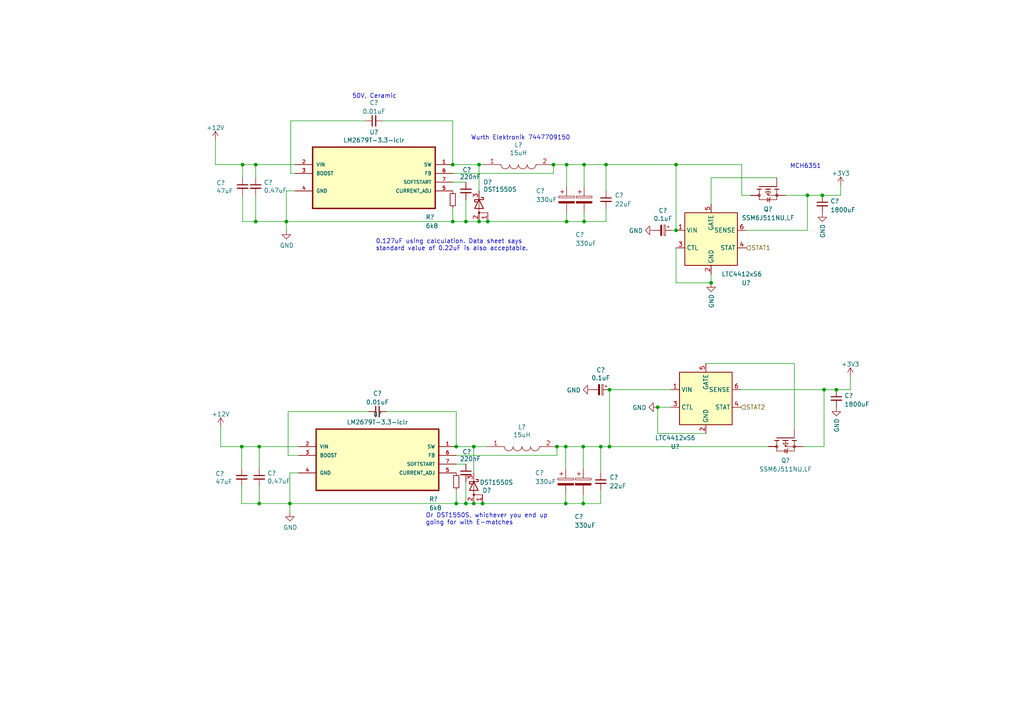
<source format=kicad_sch>
(kicad_sch (version 20211123) (generator eeschema)
  (paper "A4")
  (lib_symbols
    (symbol "Device:CP_Small" (pin_numbers hide) (pin_names (offset 0.254) hide)
      (property "Reference" "C" (at 0.254 1.778 0))
      (property "Value" "Device_CP_Small" (at 0.254 -2.032 0))
      (symbol "CP_Small_0_1"
        (rectangle (start -1.524 -0.3048) (end 1.524 -0.6858) (fill (type outline)))
        (rectangle (start -1.524 0.6858) (end 1.524 0.3048))
        (polyline (pts (xy -1.27 1.524) (xy -0.762 1.524)))
        (polyline (pts (xy -1.016 1.27) (xy -1.016 1.778)))
      )
      (symbol "CP_Small_1_1"
        (pin passive line (at 0 2.54 270) (length 1.8542) (name "~") (number "1"))
        (pin passive line (at 0 -2.54 90) (length 1.8542) (name "~") (number "2"))
      )
    )
    (symbol "Device:C_Polarized" (pin_numbers hide) (pin_names (offset 0.254))
      (property "Reference" "C" (at 0.635 2.54 0))
      (property "Value" "C_Polarized" (at 0.635 -2.54 0))
      (symbol "C_Polarized_0_1"
        (rectangle (start -2.286 0.508) (end 2.286 1.016))
        (polyline (pts (xy -1.778 2.286) (xy -0.762 2.286)))
        (polyline (pts (xy -1.27 2.794) (xy -1.27 1.778)))
        (rectangle (start 2.286 -0.508) (end -2.286 -1.016) (fill (type outline)))
      )
      (symbol "C_Polarized_1_1"
        (pin passive line (at 0 3.81 270) (length 2.794) (name "~") (number "1"))
        (pin passive line (at 0 -3.81 90) (length 2.794) (name "~") (number "2"))
      )
    )
    (symbol "Device:C_Small" (pin_numbers hide) (pin_names (offset 0.254) hide)
      (property "Reference" "C" (at 0.254 1.778 0))
      (property "Value" "C_Small" (at 0.254 -2.032 0))
      (symbol "C_Small_0_1"
        (polyline (pts (xy -1.524 -0.508) (xy 1.524 -0.508)) (stroke (width 0.3302)))
        (polyline (pts (xy -1.524 0.508) (xy 1.524 0.508)) (stroke (width 0.3048)))
      )
      (symbol "C_Small_1_1"
        (pin passive line (at 0 2.54 270) (length 2.032) (name "~") (number "1"))
        (pin passive line (at 0 -2.54 90) (length 2.032) (name "~") (number "2"))
      )
    )
    (symbol "Device:D_Schottky_AAK" (pin_names (offset 0) hide)
      (property "Reference" "D" (at 0 2.54 0))
      (property "Value" "D_Schottky_AAK" (at 0 -2.54 0))
      (symbol "D_Schottky_AAK_0_1"
        (polyline (pts (xy 1.27 1.27) (xy 1.27 -1.27) (xy -1.27 0) (xy 1.27 1.27)) (stroke (width 0.254)))
        (polyline (pts (xy 3.81 2.54) (xy 2.54 2.54) (xy 2.54 0) (xy -1.27 0)))
        (polyline (pts (xy -1.905 0.635) (xy -1.905 1.27) (xy -1.27 1.27) (xy -1.27 -1.27) (xy -0.635 -1.27) (xy -0.635 -0.635)) (stroke (width 0.254)))
        (circle (center 2.54 0) (radius 0.254) (fill (type outline)))
      )
      (symbol "D_Schottky_AAK_1_1"
        (pin passive line (at 5.08 2.54 180) (length 2.54) (name "A") (number "1"))
        (pin passive line (at 5.08 0 180) (length 2.54) (name "A") (number "2"))
        (pin passive line (at -3.81 0 0) (length 2.54) (name "K") (number "3"))
      )
    )
    (symbol "Device:R_Small" (pin_numbers hide) (pin_names (offset 0.254) hide)
      (property "Reference" "R" (at 0.762 0.508 0))
      (property "Value" "R_Small" (at 0.762 -1.016 0))
      (symbol "R_Small_0_1"
        (rectangle (start -0.762 1.778) (end 0.762 -1.778) (stroke (width 0.2032)))
      )
      (symbol "R_Small_1_1"
        (pin passive line (at 0 2.54 270) (length 0.762) (name "~") (number "1"))
        (pin passive line (at 0 -2.54 90) (length 0.762) (name "~") (number "2"))
      )
    )
    (symbol "Power_Management:LTC4412xS6"
      (property "Reference" "U" (at -6.35 8.89 0))
      (property "Value" "LTC4412xS6" (at 6.35 8.89 0))
      (symbol "LTC4412xS6_0_1"
        (rectangle (start -7.62 7.62) (end 7.62 -7.62) (stroke (width 0.254)) (fill (type background)))
      )
      (symbol "LTC4412xS6_1_1"
        (pin power_in line (at -10.16 2.54 0) (length 2.54) (name "VIN") (number "1"))
        (pin power_in line (at 0 -10.16 90) (length 2.54) (name "GND") (number "2"))
        (pin input line (at -10.16 -2.54 0) (length 2.54) (name "CTL") (number "3"))
        (pin open_collector line (at 10.16 -2.54 180) (length 2.54) (name "STAT") (number "4"))
        (pin output line (at 0 10.16 270) (length 2.54) (name "GATE") (number "5"))
        (pin input line (at 10.16 2.54 180) (length 2.54) (name "SENSE") (number "6"))
      )
    )
    (symbol "iclr:LM2679T-3.3-iclr" (pin_names (offset 1.016))
      (property "Reference" "U" (at -4.5974 6.2992 0))
      (property "Value" "LM2679T-3.3-iclr" (at -5.3594 -15.6464 0))
      (symbol "LM2679T-3.3-iclr_0_0"
        (rectangle (start -17.78 -12.7) (end 17.78 5.08) (stroke (width 0.4064)) (fill (type background)))
        (pin output line (at 22.86 0 180) (length 5.08) (name "SW") (number "1"))
        (pin input line (at -22.86 0 0) (length 5.08) (name "VIN") (number "2"))
        (pin passive line (at -22.86 -2.54 0) (length 5.08) (name "BOOST") (number "3"))
        (pin passive line (at -22.86 -7.62 0) (length 5.08) (name "GND") (number "4"))
        (pin passive line (at 22.86 -7.62 180) (length 5.08) (name "CURRENT_ADJ") (number "5"))
        (pin passive line (at 22.86 -2.54 180) (length 5.08) (name "FB") (number "6"))
        (pin passive line (at 22.86 -5.08 180) (length 5.08) (name "SOFTSTART") (number "7"))
      )
    )
    (symbol "iclr:P0846SNL-iclr" (pin_names (offset 0.762))
      (property "Reference" "L" (at 16.51 6.35 0))
      (property "Value" "P0846SNL-iclr" (at 16.51 3.81 0))
      (symbol "P0846SNL-iclr_0_0"
        (pin passive line (at 0 0 0) (length 5.08) (name "~") (number "1"))
        (pin passive line (at 20.32 0 180) (length 5.08) (name "~") (number "2"))
      )
      (symbol "P0846SNL-iclr_0_1"
        (arc (start 5.08 0) (mid 6.35 -1.3218) (end 7.62 0) (stroke (width 0.1524)))
        (arc (start 7.62 0) (mid 8.89 -1.3218) (end 10.16 0) (stroke (width 0.1524)))
        (arc (start 10.16 0) (mid 11.43 -1.3218) (end 12.7 0) (stroke (width 0.1524)))
        (arc (start 12.7 0) (mid 13.97 -1.3218) (end 15.24 0) (stroke (width 0.1524)))
      )
    )
    (symbol "iclr:SSM6J511NU,LF" (pin_numbers hide) (pin_names (offset 1.016) hide)
      (property "Reference" "Q" (at -8.89 3.81 0))
      (property "Value" "SSM6J511NU,LF" (at -8.89 -6.35 0))
      (symbol "SSM6J511NU,LF_0_0"
        (polyline (pts (xy 0 -2.54) (xy 0 2.54)) (stroke (width 0.254)))
        (polyline (pts (xy 0.762 -3.175) (xy 0.762 -2.54)) (stroke (width 0.254)))
        (polyline (pts (xy 0.762 -2.54) (xy 0.762 -1.905)) (stroke (width 0.254)))
        (polyline (pts (xy 0.762 -2.54) (xy 3.81 -2.54)) (stroke (width 0.1524)))
        (polyline (pts (xy 0.762 -0.762) (xy 0.762 0)) (stroke (width 0.254)))
        (polyline (pts (xy 0.762 0) (xy 0.762 0.762)) (stroke (width 0.254)))
        (polyline (pts (xy 0.762 0) (xy 2.54 0)) (stroke (width 0.1524)))
        (polyline (pts (xy 0.762 1.905) (xy 0.762 2.54)) (stroke (width 0.254)))
        (polyline (pts (xy 0.762 2.54) (xy 0.762 3.175)) (stroke (width 0.254)))
        (polyline (pts (xy 2.54 0) (xy 2.54 2.54)) (stroke (width 0.1524)))
        (polyline (pts (xy 2.54 2.54) (xy 0.762 2.54)) (stroke (width 0.1524)))
        (polyline (pts (xy 2.54 2.54) (xy 3.81 2.54)) (stroke (width 0.1524)))
        (polyline (pts (xy 3.048 0.762) (xy 3.302 0.508)) (stroke (width 0.1524)))
        (polyline (pts (xy 3.302 0.508) (xy 3.81 0.508)) (stroke (width 0.1524)))
        (polyline (pts (xy 3.81 -2.54) (xy 3.81 0.508)) (stroke (width 0.1524)))
        (polyline (pts (xy 3.81 0.508) (xy 3.81 2.54)) (stroke (width 0.1524)))
        (polyline (pts (xy 3.81 0.508) (xy 4.318 0.508)) (stroke (width 0.1524)))
        (polyline (pts (xy 4.318 0.508) (xy 4.572 0.254)) (stroke (width 0.1524)))
        (polyline (pts (xy 2.54 0) (xy 1.524 0.762) (xy 1.524 -0.762) (xy 2.54 0)) (stroke (width 0.1524)) (fill (type background)))
        (polyline (pts (xy 3.81 0.508) (xy 4.318 -0.254) (xy 3.302 -0.254) (xy 3.81 0.508)) (stroke (width 0.1524)) (fill (type background)))
        (circle (center 2.54 -2.54) (radius 0.3556))
        (circle (center 2.54 2.54) (radius 0.3556))
        (pin passive line (at 2.54 -5.08 90) (length 2.54) (name "~") (number "1"))
        (pin passive line (at 2.54 -5.08 90) (length 2.54) (name "~") (number "2"))
        (pin passive line (at -2.54 2.54 0) (length 2.54) (name "~") (number "3"))
        (pin passive line (at 2.54 5.08 270) (length 2.54) (name "~") (number "4"))
        (pin passive line (at 2.54 -5.08 90) (length 2.54) (name "~") (number "5"))
        (pin passive line (at 2.54 -5.08 90) (length 2.54) (name "~") (number "6"))
        (pin passive line (at 2.54 -5.08 90) (length 2.54) (name "~") (number "7"))
        (pin passive line (at 2.54 5.08 270) (length 2.54) (name "~") (number "8"))
      )
    )
    (symbol "power:+12V" (power) (pin_names (offset 0))
      (property "Value" "+12V" (at 0 3.556 0))
      (symbol "+12V_0_1"
        (polyline (pts (xy -0.762 1.27) (xy 0 2.54)))
        (polyline (pts (xy 0 0) (xy 0 2.54)))
        (polyline (pts (xy 0 2.54) (xy 0.762 1.27)))
      )
      (symbol "+12V_1_1"
        (pin power_in line (at 0 0 90) (length 0) hide (name "+12V") (number "1"))
      )
    )
    (symbol "power:+3V3" (power) (pin_names (offset 0))
      (property "Value" "+3V3" (at 0 3.556 0))
      (symbol "+3V3_0_1"
        (polyline (pts (xy -0.762 1.27) (xy 0 2.54)))
        (polyline (pts (xy 0 0) (xy 0 2.54)))
        (polyline (pts (xy 0 2.54) (xy 0.762 1.27)))
      )
      (symbol "+3V3_1_1"
        (pin power_in line (at 0 0 90) (length 0) hide (name "+3V3") (number "1"))
      )
    )
    (symbol "power:GND" (power) (pin_names (offset 0))
      (property "Value" "GND" (at 0 -3.81 0))
      (symbol "GND_0_1"
        (polyline (pts (xy 0 0) (xy 0 -1.27) (xy 1.27 -1.27) (xy 0 -2.54) (xy -1.27 -1.27) (xy 0 -1.27)))
      )
      (symbol "GND_1_1"
        (pin power_in line (at 0 0 270) (length 0) hide (name "GND") (number "1"))
      )
    )
  )
  (junction (at 135.128 64.262))
  (junction (at 169.164 146.05))
  (junction (at 164.338 64.262))
  (junction (at 132.334 146.05))
  (junction (at 70.104 129.54))
  (junction (at 174.244 129.54))
  (junction (at 169.418 47.752))
  (junction (at 138.938 47.752))
  (junction (at 75.184 146.05))
  (junction (at 238.506 56.642))
  (junction (at 132.334 129.54))
  (junction (at 164.084 129.54))
  (junction (at 196.088 66.802))
  (junction (at 83.058 64.262))
  (junction (at 176.784 113.03))
  (junction (at 74.168 47.752))
  (junction (at 135.128 146.05))
  (junction (at 131.318 64.262))
  (junction (at 141.478 64.262))
  (junction (at 206.248 82.042))
  (junction (at 138.938 64.262))
  (junction (at 164.084 146.05))
  (junction (at 137.414 146.05))
  (junction (at 139.954 146.05))
  (junction (at 239.014 113.03))
  (junction (at 137.414 129.54))
  (junction (at 131.318 47.752))
  (junction (at 169.418 64.262))
  (junction (at 242.57 113.03))
  (junction (at 176.784 129.54))
  (junction (at 175.768 47.752))
  (junction (at 160.528 47.752))
  (junction (at 196.088 47.752))
  (junction (at 74.168 64.262))
  (junction (at 164.338 47.752))
  (junction (at 234.188 56.642))
  (junction (at 161.544 129.54))
  (junction (at 84.074 146.05))
  (junction (at 75.184 129.54))
  (junction (at 70.358 47.752))
  (junction (at 169.164 129.54))
  (junction (at 190.754 118.11))
  (wire (pts (xy 138.938 64.262) (xy 141.478 64.262)))
  (wire (pts (xy 214.884 113.03) (xy 239.014 113.03)))
  (wire (pts (xy 196.088 82.042) (xy 206.248 82.042)))
  (wire (pts (xy 84.074 146.05) (xy 132.334 146.05)))
  (wire (pts (xy 160.528 47.752) (xy 164.338 47.752)))
  (wire (pts (xy 242.57 113.03) (xy 239.014 113.03)))
  (wire (pts (xy 70.358 47.752) (xy 74.168 47.752)))
  (wire (pts (xy 138.938 47.752) (xy 138.938 55.372)))
  (wire (pts (xy 164.338 47.752) (xy 169.418 47.752)))
  (wire (pts (xy 84.328 35.052) (xy 105.918 35.052)))
  (wire (pts (xy 86.614 137.16) (xy 84.074 137.16)))
  (wire (pts (xy 70.358 47.752) (xy 70.358 51.562)))
  (wire (pts (xy 83.058 64.262) (xy 131.318 64.262)))
  (wire (pts (xy 169.164 146.05) (xy 174.244 146.05)))
  (wire (pts (xy 135.128 139.7) (xy 135.128 146.05)))
  (wire (pts (xy 132.334 146.05) (xy 135.128 146.05)))
  (wire (pts (xy 164.084 129.54) (xy 164.084 135.89)))
  (wire (pts (xy 169.418 64.262) (xy 175.768 64.262)))
  (wire (pts (xy 62.484 40.64) (xy 62.484 47.752)))
  (wire (pts (xy 70.104 129.54) (xy 75.184 129.54)))
  (wire (pts (xy 131.318 60.452) (xy 131.318 64.262)))
  (wire (pts (xy 232.918 129.54) (xy 239.014 129.54)))
  (wire (pts (xy 164.338 54.102) (xy 164.338 47.752)))
  (wire (pts (xy 84.328 35.052) (xy 84.328 50.292)))
  (wire (pts (xy 194.564 118.11) (xy 190.754 118.11)))
  (wire (pts (xy 238.506 56.642) (xy 234.188 56.642)))
  (wire (pts (xy 164.084 143.51) (xy 164.084 146.05)))
  (wire (pts (xy 176.784 113.03) (xy 194.564 113.03)))
  (wire (pts (xy 164.084 146.05) (xy 169.164 146.05)))
  (wire (pts (xy 110.998 35.052) (xy 131.318 35.052)))
  (wire (pts (xy 175.768 47.752) (xy 196.088 47.752)))
  (wire (pts (xy 135.128 57.912) (xy 135.128 64.262)))
  (wire (pts (xy 62.484 47.752) (xy 70.358 47.752)))
  (wire (pts (xy 194.818 66.802) (xy 196.088 66.802)))
  (wire (pts (xy 174.244 129.54) (xy 174.244 137.16)))
  (wire (pts (xy 64.008 123.698) (xy 64.008 129.54)))
  (wire (pts (xy 131.318 50.292) (xy 160.528 50.292)))
  (wire (pts (xy 137.414 129.54) (xy 141.224 129.54)))
  (wire (pts (xy 131.318 47.752) (xy 138.938 47.752)))
  (wire (pts (xy 164.338 64.262) (xy 169.418 64.262)))
  (wire (pts (xy 216.408 66.802) (xy 234.188 66.802)))
  (wire (pts (xy 215.138 47.752) (xy 215.138 56.642)))
  (wire (pts (xy 74.168 56.642) (xy 74.168 64.262)))
  (wire (pts (xy 70.358 56.642) (xy 70.358 64.262)))
  (wire (pts (xy 137.414 129.54) (xy 137.414 137.16)))
  (wire (pts (xy 83.566 119.38) (xy 83.566 132.08)))
  (wire (pts (xy 137.414 146.05) (xy 139.954 146.05)))
  (wire (pts (xy 74.168 64.262) (xy 83.058 64.262)))
  (wire (pts (xy 176.784 129.54) (xy 222.758 129.54)))
  (wire (pts (xy 74.168 51.562) (xy 74.168 47.752)))
  (wire (pts (xy 169.164 143.51) (xy 169.164 146.05)))
  (wire (pts (xy 131.318 35.052) (xy 131.318 47.752)))
  (wire (pts (xy 169.418 47.752) (xy 175.768 47.752)))
  (wire (pts (xy 83.058 55.372) (xy 83.058 64.262)))
  (wire (pts (xy 132.334 142.24) (xy 132.334 146.05)))
  (wire (pts (xy 175.768 60.452) (xy 175.768 64.262)))
  (wire (pts (xy 84.328 50.292) (xy 85.598 50.292)))
  (wire (pts (xy 137.414 129.54) (xy 132.334 129.54)))
  (wire (pts (xy 190.754 125.73) (xy 190.754 118.11)))
  (wire (pts (xy 164.084 129.54) (xy 169.164 129.54)))
  (wire (pts (xy 196.088 47.752) (xy 215.138 47.752)))
  (wire (pts (xy 70.104 129.54) (xy 70.104 135.89)))
  (wire (pts (xy 230.378 105.41) (xy 204.724 105.41)))
  (wire (pts (xy 243.84 53.848) (xy 243.84 56.642)))
  (wire (pts (xy 161.544 132.08) (xy 161.544 129.54)))
  (wire (pts (xy 75.184 146.05) (xy 84.074 146.05)))
  (wire (pts (xy 70.104 140.97) (xy 70.104 146.05)))
  (wire (pts (xy 174.244 129.54) (xy 176.784 129.54)))
  (wire (pts (xy 135.128 64.262) (xy 138.938 64.262)))
  (wire (pts (xy 176.784 113.03) (xy 176.784 129.54)))
  (wire (pts (xy 84.074 146.05) (xy 84.074 148.59)))
  (wire (pts (xy 196.088 47.752) (xy 196.088 66.802)))
  (wire (pts (xy 70.358 64.262) (xy 74.168 64.262)))
  (wire (pts (xy 246.634 113.03) (xy 242.57 113.03)))
  (wire (pts (xy 243.84 56.642) (xy 238.506 56.642)))
  (wire (pts (xy 227.838 56.642) (xy 234.188 56.642)))
  (wire (pts (xy 75.184 129.54) (xy 86.614 129.54)))
  (wire (pts (xy 75.184 140.97) (xy 75.184 146.05)))
  (wire (pts (xy 196.088 71.882) (xy 196.088 82.042)))
  (wire (pts (xy 206.248 79.502) (xy 206.248 82.042)))
  (wire (pts (xy 135.128 146.05) (xy 137.414 146.05)))
  (wire (pts (xy 206.248 51.562) (xy 225.298 51.562)))
  (wire (pts (xy 234.188 66.802) (xy 234.188 56.642)))
  (wire (pts (xy 70.104 146.05) (xy 75.184 146.05)))
  (wire (pts (xy 132.334 132.08) (xy 161.544 132.08)))
  (wire (pts (xy 206.248 59.182) (xy 206.248 51.562)))
  (wire (pts (xy 174.244 142.24) (xy 174.244 146.05)))
  (wire (pts (xy 85.598 55.372) (xy 83.058 55.372)))
  (wire (pts (xy 161.544 129.54) (xy 164.084 129.54)))
  (wire (pts (xy 175.768 47.752) (xy 175.768 55.372)))
  (wire (pts (xy 246.634 109.22) (xy 246.634 113.03)))
  (wire (pts (xy 169.418 47.752) (xy 169.418 54.102)))
  (wire (pts (xy 83.566 119.38) (xy 106.934 119.38)))
  (wire (pts (xy 74.168 47.752) (xy 85.598 47.752)))
  (wire (pts (xy 139.954 146.05) (xy 164.084 146.05)))
  (wire (pts (xy 84.074 137.16) (xy 84.074 146.05)))
  (wire (pts (xy 141.478 64.262) (xy 164.338 64.262)))
  (wire (pts (xy 112.014 119.38) (xy 132.334 119.38)))
  (wire (pts (xy 204.724 125.73) (xy 190.754 125.73)))
  (wire (pts (xy 239.014 113.03) (xy 239.014 129.54)))
  (wire (pts (xy 169.164 129.54) (xy 174.244 129.54)))
  (wire (pts (xy 83.566 132.08) (xy 86.614 132.08)))
  (wire (pts (xy 83.058 64.262) (xy 83.058 66.802)))
  (wire (pts (xy 75.184 135.89) (xy 75.184 129.54)))
  (wire (pts (xy 169.164 129.54) (xy 169.164 135.89)))
  (wire (pts (xy 138.938 47.752) (xy 140.208 47.752)))
  (wire (pts (xy 230.378 124.46) (xy 230.378 105.41)))
  (wire (pts (xy 131.318 52.832) (xy 135.128 52.832)))
  (wire (pts (xy 169.418 61.722) (xy 169.418 64.262)))
  (wire (pts (xy 132.334 119.38) (xy 132.334 129.54)))
  (wire (pts (xy 64.008 129.54) (xy 70.104 129.54)))
  (wire (pts (xy 131.318 64.262) (xy 135.128 64.262)))
  (wire (pts (xy 132.334 134.62) (xy 135.128 134.62)))
  (wire (pts (xy 160.528 50.292) (xy 160.528 47.752)))
  (wire (pts (xy 164.338 61.722) (xy 164.338 64.262)))
  (wire (pts (xy 215.138 56.642) (xy 217.678 56.642)))
  (text "0.127uF using calculation. Data sheet says \nstandard value of 0.22uF is also acceptable." (at 108.966 72.898 0) (effects (font (size 1.27 1.27)) (justify left bottom)))
  (text "50V, Ceramic" (at 102.108 28.702 0) (effects (font (size 1.27 1.27)) (justify left bottom)))
  (text "Wurth Elektronik 7447709150" (at 136.5542 40.7766 0) (effects (font (size 1.27 1.27)) (justify left bottom)))
  (text "MCH6351" (at 229.108 49.022 0) (effects (font (size 1.27 1.27)) (justify left bottom)))
  (text "Or DST1550S, whichever you end up \ngoing for with E-matches" (at 123.444 152.4 0) (effects (font (size 1.27 1.27)) (justify left bottom)))
  (hierarchical_label "STAT1" (shape input) (at 216.408 71.882 0))
  (hierarchical_label "STAT2" (shape input) (at 214.884 118.11 0))
  (symbol (lib_id "iclr:P0846SNL-iclr") (at 141.224 129.54 0) (unit 1)
    (property "Reference" "L?" (at 151.384 123.825 0))
    (property "Value" "15uH" (at 151.384 126.1364 0))
    (property "Footprint" "P0846SNL" (effects hide))
    (property "Datasheet" "https://datasheet.datasheetarchive.com/originals/dk/DKDS-10/182482.pdf" (effects hide))
    (property "Description" "Fixed Inductors 260KHZ SWITCHER IND" (effects hide))
    (property "Height" "10.16" (effects hide))
    (property "Manufacturer_Name" "Pulse" (effects hide))
    (property "Manufacturer_Part_Number" "P0846SNL" (effects hide))
    (property "Mouser Part Number" "673-P0846SNL" (effects hide))
    (property "Mouser Price/Stock" "https://www.mouser.co.uk/ProductDetail/Pulse-Electronics/P0846SNL?qs=GY25Nw16qaXiqUAx%252BvLTgw%3D%3D" (effects hide))
    (property "Arrow Part Number" "P0846SNL" (effects hide))
    (property "Arrow Price/Stock" "https://www.arrow.com/en/products/p0846snl/pulse-electronics-corporation" (effects hide))
  )
  (symbol (lib_id "Device:C_Polarized") (at 169.164 139.7 0) (unit 1)
    (property "Reference" "C?" (at 166.624 149.86 0) (effects (justify left)))
    (property "Value" "330uF" (at 166.624 152.4 0) (effects (justify left)))
    (property "Footprint" "Capacitor_Tantalum_SMD:CP_EIA-7343-30_AVX-N" (effects hide))
  )
  (symbol (lib_id "power:+12V") (at 64.008 123.698 0) (unit 1)
    (property "Reference" "#PWR0133" (effects hide))
    (property "Value" "+12V" (at 64.008 120.1222 0))
  )
  (symbol (lib_id "power:GND") (at 238.506 61.722 0) (unit 1)
    (property "Reference" "#PWR?" (effects hide))
    (property "Value" "GND" (at 238.633 64.9732 90) (effects (justify right)))
  )
  (symbol (lib_id "Device:C_Small") (at 108.458 35.052 90) (unit 1)
    (property "Reference" "C?" (at 108.4643 29.7901 90))
    (property "Value" "0.01uF" (at 108.4643 32.327 90))
    (property "Footprint" "Capacitor_SMD:C_0603_1608Metric" (effects hide))
  )
  (symbol (lib_id "Device:C_Small") (at 135.128 55.372 0) (unit 1)
    (property "Reference" "C?" (at 134.112 49.276 0) (effects (justify left)))
    (property "Value" "220nF" (at 133.35 51.308 0) (effects (justify left)))
  )
  (symbol (lib_id "Device:C_Small") (at 174.244 139.7 0) (unit 1)
    (property "Reference" "C?" (at 176.784 138.4362 0) (effects (justify left)))
    (property "Value" "22uF" (at 176.784 140.9762 0) (effects (justify left)))
    (property "Footprint" "Capacitor_SMD:C_0603_1608Metric" (effects hide))
  )
  (symbol (lib_id "Device:C_Polarized") (at 164.084 139.7 0) (unit 1)
    (property "Reference" "C?" (at 155.194 137.16 0) (effects (justify left)))
    (property "Value" "330uF" (at 155.194 139.7 0) (effects (justify left)))
    (property "Footprint" "Capacitor_Tantalum_SMD:CP_EIA-7343-30_AVX-N" (effects hide))
  )
  (symbol (lib_id "Device:C_Small") (at 74.168 54.102 0) (unit 1)
    (property "Reference" "C?" (at 76.5048 52.9336 0) (effects (justify left)))
    (property "Value" "0.47uF" (at 76.5048 55.245 0) (effects (justify left)))
    (property "Footprint" "Capacitor_SMD:C_0805_2012Metric" (effects hide))
  )
  (symbol (lib_id "Device:C_Small") (at 175.768 57.912 0) (unit 1)
    (property "Reference" "C?" (at 178.308 56.6482 0) (effects (justify left)))
    (property "Value" "22uF" (at 178.308 59.1882 0) (effects (justify left)))
    (property "Footprint" "Capacitor_SMD:C_0603_1608Metric" (effects hide))
  )
  (symbol (lib_id "iclr:P0846SNL-iclr") (at 140.208 47.752 0) (unit 1)
    (property "Reference" "L?" (at 150.368 42.037 0))
    (property "Value" "15uH" (at 150.368 44.3484 0))
    (property "Footprint" "P0846SNL" (effects hide))
    (property "Datasheet" "https://datasheet.datasheetarchive.com/originals/dk/DKDS-10/182482.pdf" (effects hide))
    (property "Description" "Fixed Inductors 260KHZ SWITCHER IND" (effects hide))
    (property "Height" "10.16" (effects hide))
    (property "Manufacturer_Name" "Pulse" (effects hide))
    (property "Manufacturer_Part_Number" "P0846SNL" (effects hide))
    (property "Mouser Part Number" "673-P0846SNL" (effects hide))
    (property "Mouser Price/Stock" "https://www.mouser.co.uk/ProductDetail/Pulse-Electronics/P0846SNL?qs=GY25Nw16qaXiqUAx%252BvLTgw%3D%3D" (effects hide))
    (property "Arrow Part Number" "P0846SNL" (effects hide))
    (property "Arrow Price/Stock" "https://www.arrow.com/en/products/p0846snl/pulse-electronics-corporation" (effects hide))
  )
  (symbol (lib_id "Device:R_Small") (at 132.334 139.7 0) (unit 1)
    (property "Reference" "R?" (at 124.46 144.78 0) (effects (justify left)))
    (property "Value" "6k8" (at 124.46 147.3169 0) (effects (justify left)))
  )
  (symbol (lib_id "Device:C_Small") (at 242.57 115.57 0) (unit 1)
    (property "Reference" "C?" (at 244.8941 114.7416 0) (effects (justify left)))
    (property "Value" "1800uF" (at 244.8941 117.2785 0) (effects (justify left)))
  )
  (symbol (lib_id "Device:C_Polarized") (at 169.418 57.912 0) (unit 1)
    (property "Reference" "C?" (at 166.878 68.072 0) (effects (justify left)))
    (property "Value" "330uF" (at 166.878 70.612 0) (effects (justify left)))
    (property "Footprint" "Capacitor_Tantalum_SMD:CP_EIA-7343-30_AVX-N" (effects hide))
  )
  (symbol (lib_id "iclr:SSM6J511NU,LF") (at 222.758 54.102 270) (unit 1)
    (property "Reference" "Q?" (at 222.758 60.6536 90))
    (property "Value" "SSM6J511NU,LF" (at 222.758 63.1905 90))
    (property "Footprint" "TRANS_SSM6J511NU,LF" (effects hide))
    (property "MANUFACTURER" "Toshiba" (effects hide))
    (property "MAXIMUM_PACKAGE_HEIGHT" "0.8 mm" (effects hide))
    (property "STANDARD" "Manufacturer recommendations" (effects hide))
    (property "PARTREV" "2.0" (effects hide))
  )
  (symbol (lib_id "power:+3V3") (at 243.84 53.848 0) (unit 1)
    (property "Reference" "#PWR0134" (effects hide))
    (property "Value" "+3V3" (at 243.84 50.2722 0))
  )
  (symbol (lib_id "Device:C_Small") (at 70.358 54.102 0) (unit 1)
    (property "Reference" "C?" (at 62.738 53.0606 0) (effects (justify left)))
    (property "Value" "47uF" (at 62.738 55.372 0) (effects (justify left)))
    (property "Footprint" "Capacitor_SMD:C_2220_5650Metric" (effects hide))
  )
  (symbol (lib_id "power:GND") (at 189.738 66.802 270) (unit 1)
    (property "Reference" "#PWR0126" (effects hide))
    (property "Value" "GND" (at 186.4868 66.929 90) (effects (justify right)))
  )
  (symbol (lib_id "Device:D_Schottky_AAK") (at 138.938 59.182 270) (unit 1)
    (property "Reference" "D?" (at 142.748 52.832 90) (effects (justify right)))
    (property "Value" "DST1550S" (at 149.8864 54.9381 90) (effects (justify right)))
    (property "Footprint" "Package_TO_SOT_SMD:TO-277B" (effects hide))
  )
  (symbol (lib_id "Device:C_Small") (at 135.128 137.16 0) (unit 1)
    (property "Reference" "C?" (at 134.112 131.064 0) (effects (justify left)))
    (property "Value" "220nF" (at 133.35 133.096 0) (effects (justify left)))
  )
  (symbol (lib_id "Device:CP_Small") (at 192.278 66.802 270) (unit 1)
    (property "Reference" "C?" (at 192.278 61.087 90))
    (property "Value" "0.1uF" (at 192.278 63.3984 90))
    (property "Footprint" "Capacitor_SMD:C_0603_1608Metric" (effects hide))
  )
  (symbol (lib_id "Power_Management:LTC4412xS6") (at 204.724 115.57 0) (unit 1)
    (property "Reference" "U?" (at 195.834 129.54 0))
    (property "Value" "LTC4412xS6" (at 195.834 127 0))
    (property "Footprint" "Package_TO_SOT_SMD:TSOT-23-6" (effects hide))
    (property "Datasheet" "https://www.analog.com/media/en/technical-documentation/data-sheets/4412fb.pdf" (effects hide))
  )
  (symbol (lib_id "Device:R_Small") (at 131.318 57.912 0) (unit 1)
    (property "Reference" "R?" (at 123.444 62.992 0) (effects (justify left)))
    (property "Value" "6k8" (at 123.444 65.5289 0) (effects (justify left)))
  )
  (symbol (lib_id "power:GND") (at 83.058 66.802 0) (unit 1)
    (property "Reference" "#PWR0127" (effects hide))
    (property "Value" "GND" (at 83.185 71.1962 0))
  )
  (symbol (lib_id "Device:C_Polarized") (at 164.338 57.912 0) (unit 1)
    (property "Reference" "C?" (at 155.448 55.372 0) (effects (justify left)))
    (property "Value" "330uF" (at 155.448 57.912 0) (effects (justify left)))
    (property "Footprint" "Capacitor_Tantalum_SMD:CP_EIA-7343-30_AVX-N" (effects hide))
  )
  (symbol (lib_id "power:GND") (at 206.248 82.042 0) (unit 1)
    (property "Reference" "#PWR0135" (effects hide))
    (property "Value" "GND" (at 206.375 85.2932 90) (effects (justify right)))
  )
  (symbol (lib_id "iclr:LM2679T-3.3-iclr") (at 108.458 47.752 0) (unit 1)
    (property "Reference" "U?" (at 108.458 38.354 0))
    (property "Value" "LM2679T-3.3-iclr" (at 108.458 40.6654 0))
    (property "Footprint" "TO127P457X1016X2052-7P" (effects hide))
    (property "SUPPLIER" "National Semiconductor" (effects hide))
    (property "PACKAGE" "TO220-7" (effects hide))
    (property "MPN" "LM2679T-3.3" (effects hide))
    (property "OC_NEWARK" "41K4227" (effects hide))
    (property "OC_FARNELL" "-" (effects hide))
  )
  (symbol (lib_id "power:GND") (at 171.704 113.03 270) (unit 1)
    (property "Reference" "#PWR0131" (effects hide))
    (property "Value" "GND" (at 168.4528 113.157 90) (effects (justify right)))
  )
  (symbol (lib_id "power:GND") (at 84.074 148.59 0) (unit 1)
    (property "Reference" "#PWR0132" (effects hide))
    (property "Value" "GND" (at 84.201 152.9842 0))
  )
  (symbol (lib_id "power:GND") (at 190.754 118.11 270) (unit 1)
    (property "Reference" "#PWR0130" (effects hide))
    (property "Value" "GND" (at 187.5028 118.237 90) (effects (justify right)))
  )
  (symbol (lib_id "Device:C_Small") (at 109.474 119.38 90) (unit 1)
    (property "Reference" "C?" (at 109.4803 114.1181 90))
    (property "Value" "0.01uF" (at 109.4803 116.655 90))
    (property "Footprint" "Capacitor_SMD:C_0603_1608Metric" (effects hide))
  )
  (symbol (lib_id "Power_Management:LTC4412xS6") (at 206.248 69.342 0) (unit 1)
    (property "Reference" "U?" (at 216.408 82.042 0))
    (property "Value" "LTC4412xS6" (at 215.138 79.502 0))
    (property "Footprint" "Package_TO_SOT_SMD:TSOT-23-6" (effects hide))
    (property "Datasheet" "https://www.analog.com/media/en/technical-documentation/data-sheets/4412fb.pdf" (effects hide))
  )
  (symbol (lib_id "power:+12V") (at 62.484 40.64 0) (unit 1)
    (property "Reference" "#PWR0128" (effects hide))
    (property "Value" "+12V" (at 62.484 37.0642 0))
  )
  (symbol (lib_id "iclr:SSM6J511NU,LF") (at 227.838 127 270) (unit 1)
    (property "Reference" "Q?" (at 227.838 133.5516 90))
    (property "Value" "SSM6J511NU,LF" (at 227.838 136.0885 90))
    (property "Footprint" "TRANS_SSM6J511NU,LF" (effects hide))
    (property "MANUFACTURER" "Toshiba" (effects hide))
    (property "MAXIMUM_PACKAGE_HEIGHT" "0.8 mm" (effects hide))
    (property "STANDARD" "Manufacturer recommendations" (effects hide))
    (property "PARTREV" "2.0" (effects hide))
  )
  (symbol (lib_id "iclr:LM2679T-3.3-iclr") (at 109.474 129.54 0) (unit 1)
    (property "Reference" "U?" (at 109.474 120.142 0))
    (property "Value" "LM2679T-3.3-iclr" (at 109.474 122.4534 0))
    (property "Footprint" "TO127P457X1016X2052-7P" (effects hide))
    (property "SUPPLIER" "National Semiconductor" (effects hide))
    (property "PACKAGE" "TO220-7" (effects hide))
    (property "MPN" "LM2679T-3.3" (effects hide))
    (property "OC_NEWARK" "41K4227" (effects hide))
    (property "OC_FARNELL" "-" (effects hide))
  )
  (symbol (lib_id "power:+3V3") (at 246.634 109.22 0) (unit 1)
    (property "Reference" "#PWR0129" (effects hide))
    (property "Value" "+3V3" (at 246.634 105.6442 0))
  )
  (symbol (lib_id "power:GND") (at 242.57 118.11 0) (unit 1)
    (property "Reference" "#PWR?" (effects hide))
    (property "Value" "GND" (at 242.697 121.3612 90) (effects (justify right)))
  )
  (symbol (lib_id "Device:CP_Small") (at 174.244 113.03 270) (unit 1)
    (property "Reference" "C?" (at 174.244 107.315 90))
    (property "Value" "0.1uF" (at 174.244 109.6264 90))
    (property "Footprint" "Capacitor_SMD:C_0603_1608Metric" (effects hide))
  )
  (symbol (lib_id "Device:C_Small") (at 75.184 138.43 0) (unit 1)
    (property "Reference" "C?" (at 77.5208 137.2616 0) (effects (justify left)))
    (property "Value" "0.47uF" (at 77.5208 139.573 0) (effects (justify left)))
    (property "Footprint" "Capacitor_SMD:C_0805_2012Metric" (effects hide))
  )
  (symbol (lib_id "Device:C_Small") (at 238.506 59.182 0) (unit 1)
    (property "Reference" "C?" (at 240.8301 58.3536 0) (effects (justify left)))
    (property "Value" "1800uF" (at 240.8301 60.8905 0) (effects (justify left)))
  )
  (symbol (lib_id "Device:C_Small") (at 70.104 138.43 0) (unit 1)
    (property "Reference" "C?" (at 62.484 137.3886 0) (effects (justify left)))
    (property "Value" "47uF" (at 62.484 139.7 0) (effects (justify left)))
    (property "Footprint" "Capacitor_SMD:C_2220_5650Metric" (effects hide))
  )
  (symbol (lib_id "Device:D_Schottky_AAK") (at 137.414 140.97 270) (unit 1)
    (property "Reference" "D?" (at 142.494 142.24 90) (effects (justify right)))
    (property "Value" "DST1550S" (at 148.844 139.9286 90) (effects (justify right)))
    (property "Footprint" "Package_TO_SOT_SMD:TO-277B" (effects hide))
  )
)
</source>
